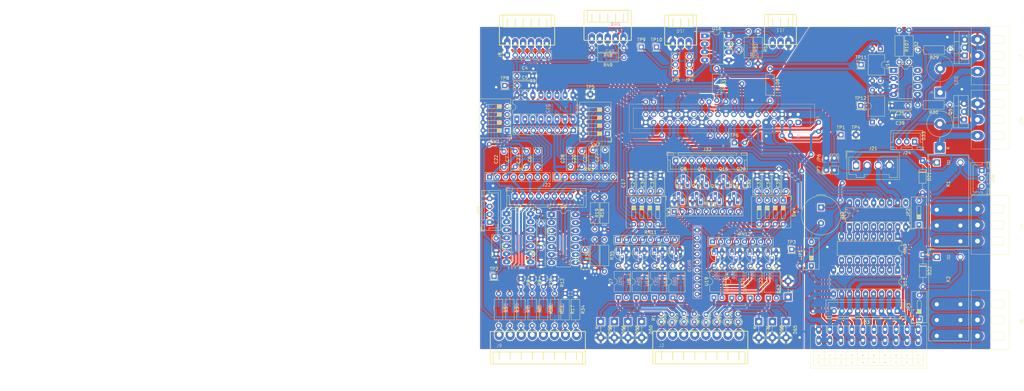
<source format=kicad_pcb>
(kicad_pcb
	(version 20240108)
	(generator "pcbnew")
	(generator_version "8.0")
	(general
		(thickness 1.6)
		(legacy_teardrops no)
	)
	(paper "A4")
	(layers
		(0 "F.Cu" signal)
		(1 "In1.Cu" signal)
		(2 "In2.Cu" signal)
		(31 "B.Cu" signal)
		(32 "B.Adhes" user "B.Adhesive")
		(33 "F.Adhes" user "F.Adhesive")
		(34 "B.Paste" user)
		(35 "F.Paste" user)
		(36 "B.SilkS" user "B.Silkscreen")
		(37 "F.SilkS" user "F.Silkscreen")
		(38 "B.Mask" user)
		(39 "F.Mask" user)
		(40 "Dwgs.User" user "User.Drawings")
		(41 "Cmts.User" user "User.Comments")
		(42 "Eco1.User" user "User.Eco1")
		(43 "Eco2.User" user "User.Eco2")
		(44 "Edge.Cuts" user)
		(45 "Margin" user)
		(46 "B.CrtYd" user "B.Courtyard")
		(47 "F.CrtYd" user "F.Courtyard")
		(48 "B.Fab" user)
		(49 "F.Fab" user)
		(50 "User.1" user)
		(51 "User.2" user)
		(52 "User.3" user)
		(53 "User.4" user)
		(54 "User.5" user)
		(55 "User.6" user)
		(56 "User.7" user)
		(57 "User.8" user)
		(58 "User.9" user)
	)
	(setup
		(stackup
			(layer "F.SilkS"
				(type "Top Silk Screen")
			)
			(layer "F.Paste"
				(type "Top Solder Paste")
			)
			(layer "F.Mask"
				(type "Top Solder Mask")
				(thickness 0.01)
			)
			(layer "F.Cu"
				(type "copper")
				(thickness 0.035)
			)
			(layer "dielectric 1"
				(type "prepreg")
				(thickness 0.1)
				(material "FR4")
				(epsilon_r 4.5)
				(loss_tangent 0.02)
			)
			(layer "In1.Cu"
				(type "copper")
				(thickness 0.035)
			)
			(layer "dielectric 2"
				(type "core")
				(thickness 1.24)
				(material "FR4")
				(epsilon_r 4.5)
				(loss_tangent 0.02)
			)
			(layer "In2.Cu"
				(type "copper")
				(thickness 0.035)
			)
			(layer "dielectric 3"
				(type "prepreg")
				(thickness 0.1)
				(material "FR4")
				(epsilon_r 4.5)
				(loss_tangent 0.02)
			)
			(layer "B.Cu"
				(type "copper")
				(thickness 0.035)
			)
			(layer "B.Mask"
				(type "Bottom Solder Mask")
				(thickness 0.01)
			)
			(layer "B.Paste"
				(type "Bottom Solder Paste")
			)
			(layer "B.SilkS"
				(type "Bottom Silk Screen")
				(color "Red")
			)
			(copper_finish "None")
			(dielectric_constraints no)
		)
		(pad_to_mask_clearance 0)
		(allow_soldermask_bridges_in_footprints no)
		(pcbplotparams
			(layerselection 0x00010fc_ffffffff)
			(plot_on_all_layers_selection 0x0000000_00000000)
			(disableapertmacros no)
			(usegerberextensions no)
			(usegerberattributes yes)
			(usegerberadvancedattributes yes)
			(creategerberjobfile yes)
			(dashed_line_dash_ratio 12.000000)
			(dashed_line_gap_ratio 3.000000)
			(svgprecision 4)
			(plotframeref no)
			(viasonmask no)
			(mode 1)
			(useauxorigin no)
			(hpglpennumber 1)
			(hpglpenspeed 20)
			(hpglpendiameter 15.000000)
			(pdf_front_fp_property_popups yes)
			(pdf_back_fp_property_popups yes)
			(dxfpolygonmode yes)
			(dxfimperialunits yes)
			(dxfusepcbnewfont yes)
			(psnegative no)
			(psa4output no)
			(plotreference yes)
			(plotvalue yes)
			(plotfptext yes)
			(plotinvisibletext no)
			(sketchpadsonfab no)
			(subtractmaskfromsilk no)
			(outputformat 1)
			(mirror no)
			(drillshape 1)
			(scaleselection 1)
			(outputdirectory "")
		)
	)
	(net 0 "")
	(net 1 "+5V")
	(net 2 "/Buzzer")
	(net 3 "GND")
	(net 4 "+3V3")
	(net 5 "/ADC_CH3")
	(net 6 "/ADC_CH1")
	(net 7 "+12V")
	(net 8 "/Dig-IN_1")
	(net 9 "-5V")
	(net 10 "/ADC_CH5")
	(net 11 "/ADC_CH6")
	(net 12 "/ADC_CH0")
	(net 13 "/ADC_CH2")
	(net 14 "/ADC_CH7")
	(net 15 "/ADC_CH4")
	(net 16 "/Dig-IN_2")
	(net 17 "/Dig-IN_3")
	(net 18 "/Dig-IN_4")
	(net 19 "/Dig-IN_5")
	(net 20 "/Dig-IN_6")
	(net 21 "/Dig-IN_7")
	(net 22 "/Dig-IN_8")
	(net 23 "OUT_Digital_1_open-drain")
	(net 24 "Net-(U3C-+)")
	(net 25 "Net-(U3D-+)")
	(net 26 "IN_Analog_6 (0-20mA)")
	(net 27 "IN_Analog_7 (0-20mA)")
	(net 28 "Net-(U9B-+)")
	(net 29 "/OUT_PWM_1_diode")
	(net 30 "/OUT_PWM_2_diode")
	(net 31 "Net-(U9A-+)")
	(net 32 "OUT_Digital_2_open-drain")
	(net 33 "OUT_Digital_3_open-drain")
	(net 34 "OUT_Digital_4_open-drain")
	(net 35 "OUT_Digital_5_open-drain")
	(net 36 "Net-(U3A-+)")
	(net 37 "I2C_SDA")
	(net 38 "RS485_B")
	(net 39 "RS485_A")
	(net 40 "Net-(D50-A1)")
	(net 41 "Net-(D51-A)")
	(net 42 "Net-(D53-A1)")
	(net 43 "Net-(D54-A)")
	(net 44 "Net-(D56-A1)")
	(net 45 "Net-(D57-A)")
	(net 46 "Net-(D59-A1)")
	(net 47 "Net-(D60-A)")
	(net 48 "Net-(D62-A1)")
	(net 49 "Net-(D63-A)")
	(net 50 "Net-(D65-A1)")
	(net 51 "Net-(D66-A)")
	(net 52 "Net-(D68-A1)")
	(net 53 "Net-(D69-A)")
	(net 54 "Net-(D71-A1)")
	(net 55 "Net-(D72-A)")
	(net 56 "unconnected-(J1-ID_SD{slash}GPIO0-Pad27)")
	(net 57 "/SPI_CE0_ADC")
	(net 58 "Net-(J1-3V3-Pad1)")
	(net 59 "/SPI0_miso_ADC")
	(net 60 "/UART_DIR-T")
	(net 61 "/SPI0_mosi_ADC")
	(net 62 "/SPI0_sclk_ADC")
	(net 63 "/UART_TX")
	(net 64 "/SPI1_miso_FREE")
	(net 65 "/SR-OUT_latch")
	(net 66 "/SPI1_mosi_FREE")
	(net 67 "/SR-OUT_clock")
	(net 68 "/SR-OUT_data")
	(net 69 "unconnected-(J1-ID_SC{slash}GPIO1-Pad28)")
	(net 70 "/SPI1_CE_FREE")
	(net 71 "/UART_RX")
	(net 72 "/OUT_PWM_2")
	(net 73 "/SPI1_sclk_FREE")
	(net 74 "/OUT_PWM_1")
	(net 75 "IN_Digital_8")
	(net 76 "IN_Digital_5")
	(net 77 "IN_Digital_2")
	(net 78 "IN_Digital_3")
	(net 79 "IN_Digital_4")
	(net 80 "IN_Digital_6")
	(net 81 "IN_Digital_7")
	(net 82 "IN_Digital_1")
	(net 83 "OUT_Digital_8")
	(net 84 "OUT_Digital_7_open-drain")
	(net 85 "OUT_Digital_2")
	(net 86 "OUT_Digital_4")
	(net 87 "OUT_Digital_5")
	(net 88 "OUT_Digital_6")
	(net 89 "OUT_Digital_3")
	(net 90 "OUT_Digital_7")
	(net 91 "OUT_Digital_8_open-drain")
	(net 92 "OUT_Digital_1")
	(net 93 "OUT_Digital_6_open-drain")
	(net 94 "Net-(J4-Pin_1)")
	(net 95 "Net-(J4-Pin_2)")
	(net 96 "Net-(J4-Pin_3)")
	(net 97 "OUT_Digital_COM_open-drain")
	(net 98 "Net-(J6-Pin_1)")
	(net 99 "Net-(J6-Pin_3)")
	(net 100 "Net-(J6-Pin_2)")
	(net 101 "IN_Analog_1 (0-3.3V)")
	(net 102 "IN_Analog_5 (0-24V)")
	(net 103 "IN_Analog_4 (0-12V)")
	(net 104 "IN_Analog_2 (0-5V)")
	(net 105 "IN_Analog_0 (0-3.3V)")
	(net 106 "IN_Analog_3 (0-5V)")
	(net 107 "Net-(Q1-G)")
	(net 108 "Net-(Q2-G)")
	(net 109 "Net-(Q2-D)")
	(net 110 "Net-(Q5-G)")
	(net 111 "Net-(C17-Pad1)")
	(net 112 "Net-(Q7-G)")
	(net 113 "Net-(Q7-D)")
	(net 114 "Net-(C29-Pad1)")
	(net 115 "Net-(Q9-G)")
	(net 116 "Net-(C30-Pad1)")
	(net 117 "Net-(Q10-G)")
	(net 118 "Net-(Q11-D)")
	(net 119 "Net-(Q11-G)")
	(net 120 "Net-(C31-Pad1)")
	(net 121 "Net-(Q13-G)")
	(net 122 "Net-(Q13-D)")
	(net 123 "Net-(C32-Pad1)")
	(net 124 "Net-(Q15-D)")
	(net 125 "Net-(Q15-G)")
	(net 126 "Net-(C33-Pad1)")
	(net 127 "Net-(Q17-G)")
	(net 128 "Net-(Q17-D)")
	(net 129 "Net-(C34-Pad1)")
	(net 130 "Net-(Q19-D)")
	(net 131 "Net-(Q19-G)")
	(net 132 "Net-(C35-Pad1)")
	(net 133 "Net-(U9C--)")
	(net 134 "Net-(U12-~{OUTA})")
	(net 135 "Net-(U12-~{OUTB})")
	(net 136 "Net-(U12-INB)")
	(net 137 "Net-(R33-Pad1)")
	(net 138 "Net-(U9D--)")
	(net 139 "Net-(U12-INA)")
	(net 140 "Net-(R108-Pad1)")
	(net 141 "unconnected-(U2-QH'-Pad9)")
	(net 142 "unconnected-(U12-NC-Pad8)")
	(net 143 "unconnected-(U12-NC-Pad1)")
	(net 144 "Net-(U3B-+)")
	(net 145 "/LED_analog-CH6")
	(net 146 "/LED_analog-CH2")
	(net 147 "/LED_analog-CH7")
	(net 148 "/LED_analog-CH5")
	(net 149 "/LED_analog-CH0")
	(net 150 "/LED_analog-CH1")
	(net 151 "/LED_analog-CH3")
	(net 152 "/LED_analog-CH4")
	(net 153 "/LED_digital-out_2")
	(net 154 "/LED_digital-out_8")
	(net 155 "/LED_digital-out_6")
	(net 156 "/LED_digital-out_5")
	(net 157 "/LED_digital-out_4")
	(net 158 "/LED_digital-out_7")
	(net 159 "/LED_digital-out_1")
	(net 160 "/LED_digital-out_3")
	(net 161 "/LED_relay-1")
	(net 162 "/LED_PWM-1")
	(net 163 "/LED_PWM-2")
	(net 164 "/LED_relay-2")
	(net 165 "Net-(RN9-R2.2)")
	(net 166 "Net-(RN9-R8.2)")
	(net 167 "Net-(RN9-R7.2)")
	(net 168 "Net-(RN9-R5.2)")
	(net 169 "Net-(RN9-R1.2)")
	(net 170 "Net-(RN9-R6.2)")
	(net 171 "Net-(RN9-R3.2)")
	(net 172 "Net-(RN9-R4.2)")
	(net 173 "/DIP_EN-Filter-ADC3")
	(net 174 "/DIP_EN-Filter-ADC1")
	(net 175 "/DIP_EN-Filter-ADC5")
	(net 176 "/DIP_EN-Filter-ADC6")
	(net 177 "/DIP_EN-Filter-ADC0")
	(net 178 "/DIP_EN-Filter-ADC2")
	(net 179 "/DIP_EN-Filter-ADC7")
	(net 180 "/DIP_EN-Filter-ADC4")
	(net 181 "unconnected-(J19-Pin_4-Pad4)")
	(net 182 "unconnected-(J19-Pin_5-Pad5)")
	(net 183 "I2C_SCL")
	(net 184 "Net-(J10-Pin_2)")
	(net 185 "Net-(J10-Pin_1)")
	(net 186 "Net-(JP4-A)")
	(net 187 "Net-(JP5-A)")
	(net 188 "Net-(JP6-A)")
	(net 189 "+5VP")
	(net 190 "+3V3P")
	(footprint "Connector_JST:JST_XH_B9B-XH-A_1x09_P2.50mm_Vertical" (layer "F.Cu") (at 98.7044 69.9008))
	(footprint "Resistor_THT:R_Axial_DIN0207_L6.3mm_D2.5mm_P2.54mm_Vertical" (layer "F.Cu") (at 118.646 34.699 90))
	(footprint "Button_Switch_THT:SW_DIP_SPSTx04_Slide_9.78x12.34mm_W7.62mm_P2.54mm" (layer "F.Cu") (at 45.2845 60.36 180))
	(footprint "Package_TO_SOT_THT:TO-92_HandSolder" (layer "F.Cu") (at 98.2726 82.4186))
	(footprint "Package_DIP:DIP-4_W10.16mm" (layer "F.Cu") (at 160.932 57.706 90))
	(footprint "Button_Switch_THT:SW_DIP_SPSTx01_Slide_9.78x4.72mm_W7.62mm_P2.54mm" (layer "F.Cu") (at 141.633 103.2365 90))
	(footprint "Relay_THT:Relay_SPDT_Omron_G2RL-1-E" (layer "F.Cu") (at 181.317 70.493))
	(footprint "Resistor_THT:R_Axial_DIN0207_L6.3mm_D2.5mm_P10.16mm_Horizontal" (layer "F.Cu") (at 66.957 112.0587 -90))
	(footprint "Package_DIP:DIP-8_W7.62mm_LongPads" (layer "F.Cu") (at 107.851 30.381))
	(footprint "Diode_THT:D_DO-15_P5.08mm_Vertical_KathodeUp" (layer "F.Cu") (at 74.9172 120.9522 -90))
	(footprint "custom-footprints1:WAGO 713-1430 MINI HD Stiftleiste gewinkelt 2x10-polig, RM 3,5" (layer "F.Cu") (at 159.695 127.901))
	(footprint "Resistor_THT:R_Array_SIP8" (layer "F.Cu") (at 80.536 95.01305))
	(footprint "Resistor_THT:R_Axial_DIN0207_L6.3mm_D2.5mm_P10.16mm_Horizontal" (layer "F.Cu") (at 60.353 112.0587 -90))
	(footprint "Capacitor_THT:C_Disc_D7.0mm_W2.5mm_P5.00mm" (layer "F.Cu") (at 41.811 94.516 -90))
	(footprint "Package_DIP:DIP-4_W10.16mm" (layer "F.Cu") (at 86.2052 113.37185 90))
	(footprint "Capacitor_THT:C_Disc_D7.0mm_W2.5mm_P5.00mm" (layer "F.Cu") (at 47.867 71.899685 90))
	(footprint "Capacitor_THT:C_Disc_D7.0mm_W2.5mm_P5.00mm" (layer "F.Cu") (at 124.46 79.66335 90))
	(footprint "Capacitor_THT:C_Disc_D7.0mm_W2.5mm_P5.00mm" (layer "F.Cu") (at 93.7722 79.58085 90))
	(footprint "Capacitor_THT:C_Disc_D7.0mm_W2.5mm_P5.00mm" (layer "F.Cu") (at 87.6762 79.58085 90))
	(footprint "Resistor_THT:R_Axial_DIN0207_L6.3mm_D2.5mm_P2.54mm_Vertical" (layer "F.Cu") (at 108.2574 121.2404 90))
	(footprint "Package_DIP:DIP-4_W10.16mm" (layer "F.Cu") (at 116.4412 113.47785 90))
	(footprint "Capacitor_THT:C_Disc_D7.0mm_W2.5mm_P5.00mm" (layer "F.Cu") (at 68.949 71.842 90))
	(footprint "Connector_Wago:Wago_734-134_1x04_P3.50mm_Vertical" (layer "F.Cu") (at 155.791 71.429))
	(footprint "Package_TO_SOT_THT:TO-92_HandSolder" (layer "F.Cu") (at 100.0278 98.84405 180))
	(footprint "Connector_JST:JST_XH_B4B-XH-A_1x04_P2.50mm_Vertical" (layer "F.Cu") (at 39.762 89.436 90))
	(footprint "Resistor_THT:R_Axial_DIN0207_L6.3mm_D2.5mm_P2.54mm_Vertical" (layer "F.Cu") (at 114.963 121.059 90))
	(footprint "Resistor_THT:R_Axial_DIN0207_L6.3mm_D2.5mm_P10.16mm_Horizontal"
		(layer "F.Cu")
		(uuid "222c1de0-fddd-43f8-a523-fffa640bfc20")
		(at 185.448 52.225 180)
		(descr "Resistor, Axial_DIN0207 series, Axial, Horizontal, pin pitch=10.16mm, 0.25W = 1/4W, length*diameter=6.3*2.5mm^2, http://cdn-reichelt.de/documents/datenblatt/B400/1_4W%23YAG.pdf")
		(tags "Resistor Axial_DIN0207 series Axial Horizontal pin pitch 10.16mm 0.25W = 1/4W length 6.3mm diameter 2.5mm")
		(property "Reference" "R30"
			(at 5.08 -2.37 0)
			(layer "F.SilkS")
			(uuid "953377ce-224b-4fb0-af71-5256d1b39564")
			(effects
				(font
					(size 1 1)
					(thickness 0.15)
				)
			)
		)
		(property "Value" "10"
			(at 5.08 2.37 0)
			(layer "F.Fab")
			(uuid "bb5457e6-051d-4a72-9d90-0e4b062f29c0")
			(effects
				(font
					(size 1 1)
					(thickness 0.15)
				)
			)
		)
		(property "Footprint" "Resistor_THT:R_Axial_DIN0207_L6.3mm_D2.5mm_P10.16mm_Horizontal"
			(at 0 0 180)
			(unlocked yes)
			(layer "F.Fab")
			(hide yes)
			(uuid "d97dbcfb-a7fe-4245-8b05-7bf18a6d1120")
			(effects
				(font
					(size 1.27 1.27)
					(thickness 0.15)
				)
			)
		)
		(property "Datasheet" "sortiment"
			(at 0 0 180)
			(unlocked yes)
			(layer "F.Fab")
			(hide yes)
			(uuid "0c4df4b1-d719-4ec3-958e-322e5de3201a")
			(effects
				(font
					(size 1.27 1.27)
					(thickness 0.15)
				)
			)
		)
		(property "Description" "Resistor"
			(at 0 0 180)
			(unlocked yes)
			(layer "F.Fab")
			(hide yes)
			(uuid "93286566-3468-4482-b637-364e8d027ee2")
			(effects
				(font
					(size 1.27 1.27)
					(thickness 0.15)
				)
			)
		)
		(property ki_fp_filters "R_*")
		(path "/2608f1da-e998-4319-8470-c33e78a12075")
		(sheetname "Root")
		(sheetfile "pi-interface-board_v1.0.kicad_sch")
		(attr through_hole)
		(fp_line
			(start 9.12 0)
			(end 8.35 0)
			(stroke
				(width 0.12)
				(type solid)
			)
			(layer "F.SilkS")
			(uuid "8f0e0e9f-7b10-45b7-be56-f0ffde8950c4")
		)
		(fp_line
			(start 8.35 1.37)
			(end 8.35 -1.37)
			(stroke
				(width 0.12)
				(type solid)
			)
			(layer "F.SilkS")
			(uuid "504c28aa-c546-46ab-b64e-6d870ed97d97")
		)
		(fp_line
			(start 8.35 -1.37)
			(end 1.81 -1.37)
			(stroke
				(width 0.12)
				(type solid)
			)
			(layer "F.SilkS")
			(uuid "8578f274-8f9d-4e37-9b1e-0939e986b4b6")
		)
		(fp_line
			(start 1.81 1.37)
			(end 8.35 1.37)
			(stroke
				(width 0.12)
				(type solid)
			)
			(layer "F.SilkS")
			(uuid "1b34e260-7710-4160-b17e-790c31cdca06")
		)
		(fp_line
			(start 1.81 -1.37)
			(end 1.81 1.37)
			(stroke
				(width 0.12)
				(type solid)
			)
			(layer "F.SilkS")
			(uuid "b07838af-1340-4ffb-bea3-897f895e974f")
		)
		(fp_line
			(start 1.04 0)
			(end 1.81 0)
			(stroke
				(width 0.12)
				(type solid)
			)
			(layer "F.SilkS")
			(uuid "1ba3c6ac-3471-4c7b-9c09-986a0aed0423")
		)
		(fp_line
			(start 11.21 1.5)
			(end 11.21 -1.5)
			(stroke
				(width 0.05)
				(type solid)
			)
			(layer "F.CrtYd")
			(uuid "5c31708a-eee2-486a-a0b2-c0b927c4e07f")
		)
		(fp_line
			(start 11.21 -1.5)
			(end -1.05 -1.5)
			(stroke
				(width 0.05)
				(type solid)
			)
			(layer "F.CrtYd")
			(uuid "6665b15b-1261-4f82-b024-86efbcd8211d")
		)
		(fp_line
			(start -1.05 1.5)
			(end 11.21 1.5)
			(stroke
				(width 0.05)
				(type solid)
			)
			(layer "F.CrtYd")
			(uuid "59fe8984-4340-41e6-b96a-2ab06d42fc97")
		)
		(fp_line
			(start -1.05 -1.5)
			(end -1.05 1.5)
			(stroke
				(width 0.05)
				(type solid)
			)
			(layer "F.CrtYd")
			(uuid "617be60b-4b96-4d0c-a120-b908a62539d8")
		)
		(fp_line
			(start 10.16 0)
			(end 8.23 0)
			(stroke
				(width 0.1)
				(type solid)
			)
			(layer "F.Fab")
			(uuid "f2dad8a9-afaa-4cd2-ae4c-b1731e1a1031")
		)
		(fp_line
			(start 8.23 1.25)
			(end 8.23 -1.25)
			(stroke
				(width 0.1)
				(type solid)
			)
			(layer "F.Fab")
			(uuid "3a93d678-7ce3-465b-89e1-af477d53b728")
		)
		(fp_line
			(start 8.23 -1.25)
			(end 1.93 -1.25)
			(stroke
				(width 0.1)
				(type solid)
			)
			(layer "F.Fab")
			(uuid "edc91767-15d0-4483-809c-b2ac1e96e158")
		)
		(fp_line
			(start 1.93 1.25)
			(end 8.23 1.25)
			(stroke
				(width 0.1)
				(type solid)
			)
			(layer "F.Fab")
			(uuid "3b14f32c-8220-424a-abdc-46e29ab1d5bf")
		)
		(fp_line
			(start 1.93 -1.25)
			(end 1.93 1.25)
			(stroke
				(width 0.1)
				(type solid)
			)
			(layer "F.Fab")
			(uuid "cd9d942d-bdc4-412f-8bbe-6f8dec97ad83")
		)
		(fp_line
			(start 0 0)
			(end 1.93 0)
		
... [2989812 chars truncated]
</source>
